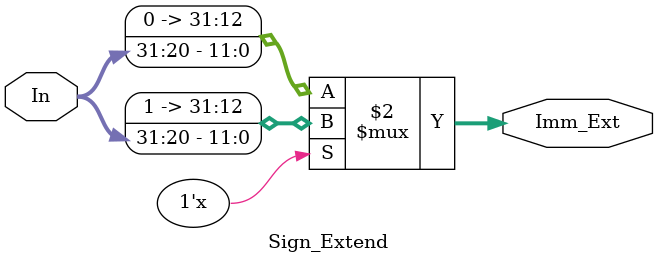
<source format=v>
module Sign_Extend(In,Imm_Ext);
	input [31:0]In;
	output [31:0]Imm_Ext;
	
	assign Imm_Ext=(in[31]==1'b1) ? {{20{1'b1}},In[31:20]}:
									{{20{1'b0}},In[31:20]};
	
endmodule 
</source>
